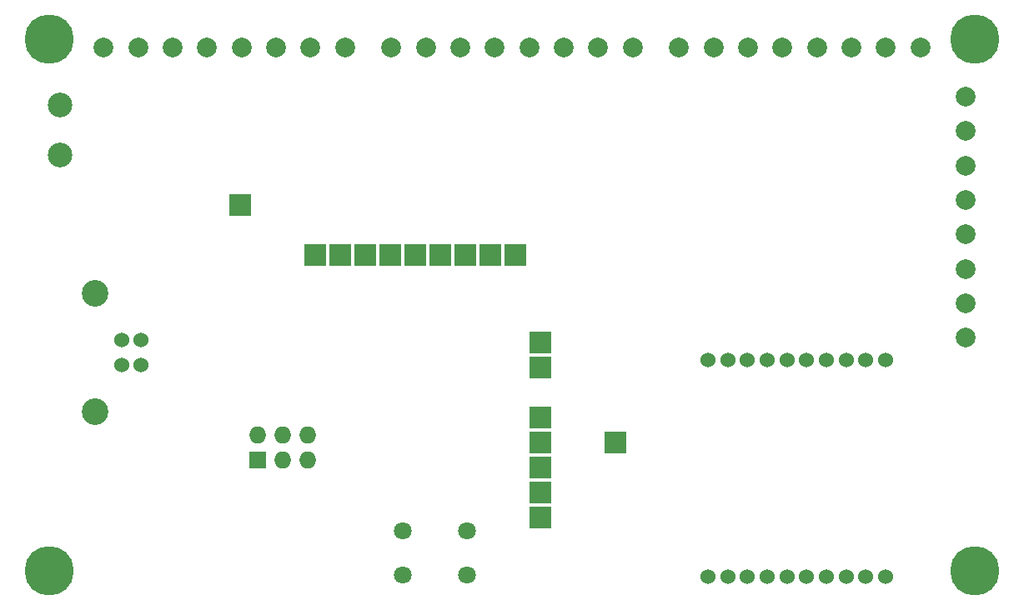
<source format=gbs>
G04 #@! TF.FileFunction,Soldermask,Bot*
%FSLAX46Y46*%
G04 Gerber Fmt 4.6, Leading zero omitted, Abs format (unit mm)*
G04 Created by KiCad (PCBNEW 0.201412131231+5320~19~ubuntu14.04.1-product) date 2014-12-14T15:34:26 CET*
%MOMM*%
G01*
G04 APERTURE LIST*
%ADD10C,0.100000*%
%ADD11C,1.524000*%
%ADD12C,2.700020*%
%ADD13C,2.500000*%
%ADD14R,1.727200X1.727200*%
%ADD15O,1.727200X1.727200*%
%ADD16R,2.235200X2.235200*%
%ADD17C,2.000000*%
%ADD18C,5.000000*%
%ADD19C,1.800000*%
G04 APERTURE END LIST*
D10*
D11*
X62357000Y-86106000D03*
X62357000Y-83566000D03*
X60358020Y-83566000D03*
X60358020Y-86106000D03*
D12*
X57658000Y-90835480D03*
X57658000Y-78836520D03*
D13*
X54102000Y-64770000D03*
X54102000Y-59690000D03*
D14*
X74168000Y-95758000D03*
D15*
X74168000Y-93218000D03*
X76708000Y-95758000D03*
X76708000Y-93218000D03*
X79248000Y-95758000D03*
X79248000Y-93218000D03*
D16*
X102870000Y-91440000D03*
X102870000Y-86360000D03*
X102870000Y-83820000D03*
X102870000Y-101600000D03*
X102870000Y-99060000D03*
X102870000Y-96520000D03*
X102870000Y-93980000D03*
X87630000Y-74930000D03*
X90170000Y-74930000D03*
X92710000Y-74930000D03*
X95250000Y-74930000D03*
X97790000Y-74930000D03*
X100330000Y-74930000D03*
D11*
X137922000Y-85598000D03*
X135922000Y-85598000D03*
X133922000Y-85598000D03*
X131922000Y-85598000D03*
X129922000Y-85598000D03*
X127922000Y-85598000D03*
X125922000Y-85598000D03*
X123922000Y-85598000D03*
X121922000Y-85598000D03*
X119922000Y-85598000D03*
X119922000Y-107598000D03*
X121922000Y-107598000D03*
X123922000Y-107598000D03*
X125922000Y-107598000D03*
X127922000Y-107598000D03*
X129922000Y-107598000D03*
X131922000Y-107598000D03*
X133922000Y-107598000D03*
X135922000Y-107598000D03*
X137922000Y-107598000D03*
D17*
X146050000Y-83312000D03*
X146050000Y-79812000D03*
X146050000Y-76312000D03*
X146050000Y-72812000D03*
X146050000Y-69312000D03*
X146050000Y-65812000D03*
X146050000Y-62312000D03*
X146050000Y-58812000D03*
X112268000Y-53848000D03*
X108768000Y-53848000D03*
X105268000Y-53848000D03*
X101768000Y-53848000D03*
X98268000Y-53848000D03*
X94768000Y-53848000D03*
X91268000Y-53848000D03*
X87768000Y-53848000D03*
X83058000Y-53848000D03*
X79558000Y-53848000D03*
X76058000Y-53848000D03*
X72558000Y-53848000D03*
X69058000Y-53848000D03*
X65558000Y-53848000D03*
X62058000Y-53848000D03*
X58558000Y-53848000D03*
X141478000Y-53848000D03*
X137978000Y-53848000D03*
X134478000Y-53848000D03*
X130978000Y-53848000D03*
X127478000Y-53848000D03*
X123978000Y-53848000D03*
X120478000Y-53848000D03*
X116978000Y-53848000D03*
D16*
X72390000Y-69850000D03*
X82550000Y-74930000D03*
X80010000Y-74930000D03*
X110490000Y-93980000D03*
X85090000Y-74930000D03*
D18*
X147000000Y-53000000D03*
X53000000Y-53000000D03*
X147000000Y-107000000D03*
X53000000Y-107000000D03*
D19*
X88952000Y-107406000D03*
X88952000Y-102906000D03*
X95452000Y-107406000D03*
X95452000Y-102906000D03*
M02*

</source>
